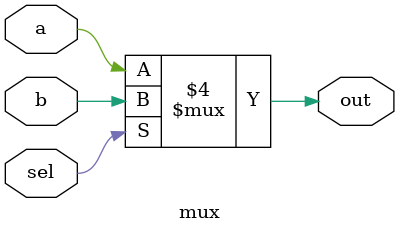
<source format=v>

`timescale 1ns / 100ps 

module mux(
    input a,
    input b,
    input sel,
    output reg out    
    );
    
    //Todo: define registers and wires here

    //Todo: define your logic here
    always @(a or b or sel)begin
  	if (sel == 0)
	out = a;
	else 
	out = b;
    end          
      

endmodule

</source>
